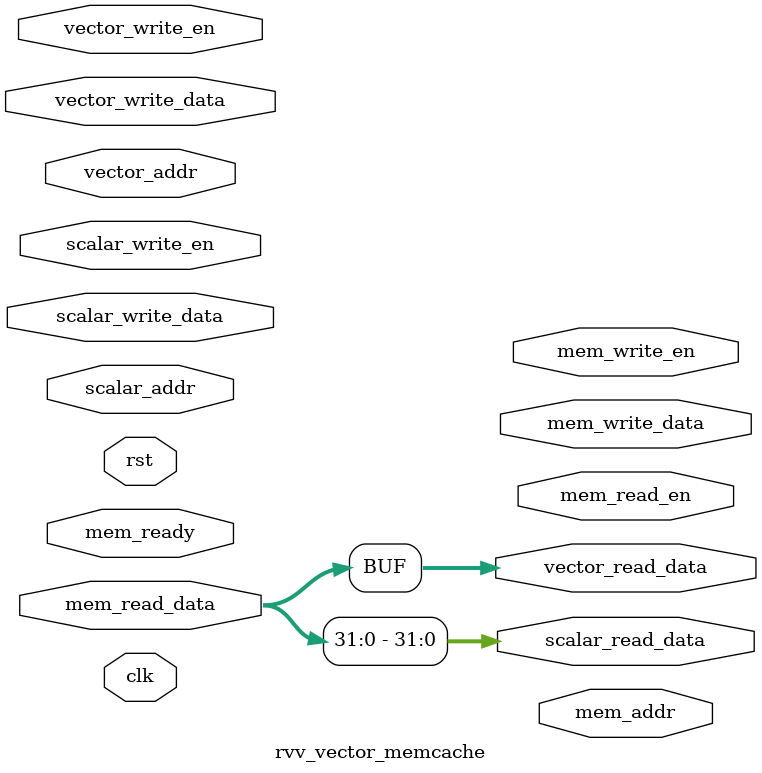
<source format=sv>
`include "rvv_defs.sv"

/*
    Direct mapped, write-through cache to combine vector memory accesses and scalar memory accesses.
    
    split address to:
    tag | index | offset

    since each vector register is 512 bits = 64 bytes, we need 6 bits for offset
    # index bits = clog2(CACHE_LINES)
    # tag bits = 32 - index bits - 6
*/



module rvv_vector_memcache #(
    parameter SCALAR_DATA_WIDTH = 32,
    parameter CACHE_LINES = 64,
    parameter CACHE_LINE_WIDTH = 512
)
(
    input logic        clk,
    input logic        rst,
    input logic [31:0] scalar_addr,
    input logic [31:0] vector_addr,   // offset may need to be aligned to 64 bytes based on SEW

    input logic        scalar_write_en,
    input logic        vector_write_en,
    input logic [SCALAR_DATA_WIDTH-1:0] scalar_write_data,
    input logic [CACHE_LINE_WIDTH-1:0] vector_write_data,
    output logic [SCALAR_DATA_WIDTH-1:0] scalar_read_data,
    output logic [CACHE_LINE_WIDTH-1:0] vector_read_data,

    input logic       mem_ready,
    input logic [CACHE_LINE_WIDTH-1:0] mem_read_data,
    output logic      mem_read_en,
    output logic [CACHE_LINE_WIDTH-1:0] mem_write_data,
    output logic [31:0] mem_addr,
    output logic       mem_write_en
);
    localparam OFFSET_WIDTH = $clog2(CACHE_LINE_WIDTH/8);
    localparam INDEX_WIDTH = $clog2(CACHE_LINES);
    localparam TAG_WIDTH = 32 - INDEX_WIDTH - 6;


    assign scalar_read_data = mem_read_data;
    assign vector_read_data = mem_read_data;

    always_comb begin
        
    end

endmodule
</source>
